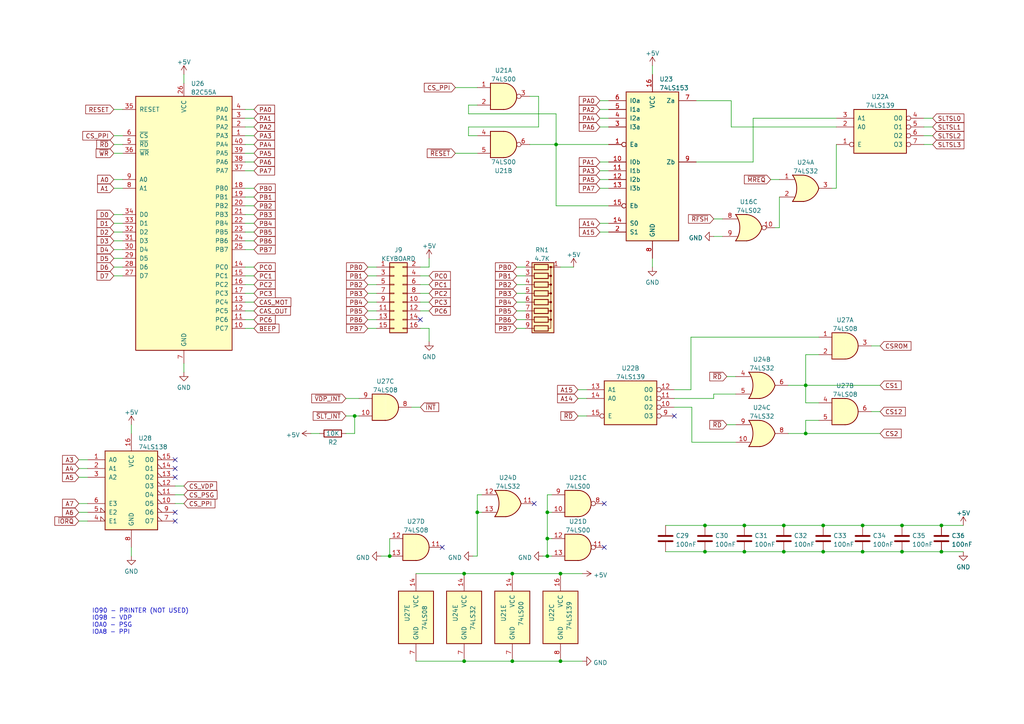
<source format=kicad_sch>
(kicad_sch (version 20250114) (generator "eeschema") (generator_version "9.0")
  (paper "A4")
  (title_block (title "JFF") (date "2025-07-16") (rev "1.1b-TMSHAT") (company "Skoti / herraa1") (comment 1 "Just for Fun - Computer"))
  (text "IO90 - PRINTER (NOT USED)\nIO98 - VDP\nIOA0 - PSG\nIOA8 - PPI" (at 26.67 184.15 0) (effects (font (size 1.27 1.27)) (justify left bottom)))
  (junction (at 134.62 166.37))
  (junction (at 158.75 148.59))
  (junction (at 250.19 152.4))
  (junction (at 233.68 125.73))
  (junction (at 204.47 152.4))
  (junction (at 134.62 191.77))
  (junction (at 158.75 161.29))
  (junction (at 215.9 160.02))
  (junction (at 102.87 120.65))
  (junction (at 148.59 166.37))
  (junction (at 204.47 160.02))
  (junction (at 273.05 152.4))
  (junction (at 238.76 152.4))
  (junction (at 162.56 166.37))
  (junction (at 162.56 191.77))
  (junction (at 238.76 160.02))
  (junction (at 138.43 148.59))
  (junction (at 113.03 161.29))
  (junction (at 261.62 160.02))
  (junction (at 158.75 156.21))
  (junction (at 161.29 41.91))
  (junction (at 250.19 160.02))
  (junction (at 215.9 152.4))
  (junction (at 227.33 160.02))
  (junction (at 148.59 191.77))
  (junction (at 261.62 152.4))
  (junction (at 227.33 152.4))
  (junction (at 233.68 111.76))
  (junction (at 273.05 160.02))
  (no_connect (at 50.8 135.89))
  (no_connect (at 50.8 138.43))
  (no_connect (at 50.8 133.35))
  (no_connect (at 128.27 158.75))
  (no_connect (at 50.8 151.13))
  (no_connect (at 50.8 148.59))
  (no_connect (at 175.26 146.05))
  (no_connect (at 175.26 158.75))
  (no_connect (at 121.92 92.71))
  (no_connect (at 195.58 120.65))
  (no_connect (at 154.94 146.05))
  (wire (pts (xy 189.23 74.93) (xy 189.23 77.47)))
  (wire (pts (xy 33.02 77.47) (xy 35.56 77.47)))
  (wire (pts (xy 238.76 152.4) (xy 250.19 152.4)))
  (wire (pts (xy 233.68 121.92) (xy 237.49 121.92)))
  (wire (pts (xy 156.21 36.83) (xy 156.21 27.94)))
  (wire (pts (xy 228.6 111.76) (xy 233.68 111.76)))
  (wire (pts (xy 132.08 44.45) (xy 138.43 44.45)))
  (wire (pts (xy 158.75 161.29) (xy 160.02 161.29)))
  (wire (pts (xy 22.86 151.13) (xy 25.4 151.13)))
  (wire (pts (xy 273.05 160.02) (xy 279.4 160.02)))
  (wire (pts (xy 189.23 19.05) (xy 189.23 21.59)))
  (wire (pts (xy 157.48 161.29) (xy 158.75 161.29)))
  (wire (pts (xy 218.44 46.99) (xy 201.93 46.99)))
  (wire (pts (xy 102.87 125.73) (xy 102.87 120.65)))
  (wire (pts (xy 22.86 146.05) (xy 25.4 146.05)))
  (wire (pts (xy 53.34 21.59) (xy 53.34 24.13)))
  (wire (pts (xy 242.57 34.29) (xy 218.44 34.29)))
  (wire (pts (xy 149.86 95.25) (xy 152.4 95.25)))
  (wire (pts (xy 233.68 116.84) (xy 237.49 116.84)))
  (wire (pts (xy 148.59 191.77) (xy 162.56 191.77)))
  (wire (pts (xy 158.75 148.59) (xy 160.02 148.59)))
  (wire (pts (xy 148.59 166.37) (xy 162.56 166.37)))
  (wire (pts (xy 121.92 95.25) (xy 124.46 95.25)))
  (wire (pts (xy 135.89 33.02) (xy 161.29 33.02)))
  (wire (pts (xy 120.65 166.37) (xy 134.62 166.37)))
  (wire (pts (xy 71.12 46.99) (xy 73.66 46.99)))
  (wire (pts (xy 167.64 120.65) (xy 170.18 120.65)))
  (wire (pts (xy 215.9 160.02) (xy 227.33 160.02)))
  (wire (pts (xy 195.58 113.03) (xy 200.406 113.03)))
  (wire (pts (xy 71.12 92.71) (xy 73.66 92.71)))
  (wire (pts (xy 160.02 143.51) (xy 158.75 143.51)))
  (wire (pts (xy 38.1 158.75) (xy 38.1 161.29)))
  (wire (pts (xy 233.68 111.76) (xy 233.68 116.84)))
  (wire (pts (xy 261.62 152.4) (xy 273.05 152.4)))
  (wire (pts (xy 120.65 191.77) (xy 134.62 191.77)))
  (wire (pts (xy 207.01 63.5) (xy 209.55 63.5)))
  (wire (pts (xy 149.86 92.71) (xy 152.4 92.71)))
  (wire (pts (xy 33.02 72.39) (xy 35.56 72.39)))
  (wire (pts (xy 228.6 125.73) (xy 233.68 125.73)))
  (wire (pts (xy 135.89 39.37) (xy 135.89 36.83)))
  (wire (pts (xy 33.02 67.31) (xy 35.56 67.31)))
  (wire (pts (xy 161.29 59.69) (xy 161.29 41.91)))
  (wire (pts (xy 153.67 41.91) (xy 161.29 41.91)))
  (wire (pts (xy 238.76 160.02) (xy 250.19 160.02)))
  (wire (pts (xy 158.75 156.21) (xy 158.75 161.29)))
  (wire (pts (xy 193.04 152.4) (xy 204.47 152.4)))
  (wire (pts (xy 233.68 125.73) (xy 233.68 121.92)))
  (wire (pts (xy 149.86 85.09) (xy 152.4 85.09)))
  (wire (pts (xy 33.02 44.45) (xy 35.56 44.45)))
  (wire (pts (xy 33.02 41.91) (xy 35.56 41.91)))
  (wire (pts (xy 158.75 143.51) (xy 158.75 148.59)))
  (wire (pts (xy 71.12 85.09) (xy 73.66 85.09)))
  (wire (pts (xy 71.12 72.39) (xy 73.66 72.39)))
  (wire (pts (xy 134.62 191.77) (xy 148.59 191.77)))
  (wire (pts (xy 162.56 77.47) (xy 166.37 77.47)))
  (wire (pts (xy 22.86 135.89) (xy 25.4 135.89)))
  (wire (pts (xy 71.12 54.61) (xy 73.66 54.61)))
  (wire (pts (xy 106.68 82.55) (xy 109.22 82.55)))
  (wire (pts (xy 242.57 41.91) (xy 242.57 54.61)))
  (wire (pts (xy 161.29 33.02) (xy 161.29 41.91)))
  (wire (pts (xy 71.12 69.85) (xy 73.66 69.85)))
  (wire (pts (xy 50.8 143.51) (xy 53.34 143.51)))
  (wire (pts (xy 33.02 80.01) (xy 35.56 80.01)))
  (wire (pts (xy 106.68 92.71) (xy 109.22 92.71)))
  (wire (pts (xy 233.68 111.76) (xy 233.68 102.87)))
  (wire (pts (xy 233.68 102.87) (xy 237.49 102.87)))
  (wire (pts (xy 71.12 67.31) (xy 73.66 67.31)))
  (wire (pts (xy 121.92 80.01) (xy 124.46 80.01)))
  (wire (pts (xy 138.43 148.59) (xy 139.7 148.59)))
  (wire (pts (xy 132.08 25.4) (xy 138.43 25.4)))
  (wire (pts (xy 33.02 69.85) (xy 35.56 69.85)))
  (wire (pts (xy 200.406 97.79) (xy 237.49 97.79)))
  (wire (pts (xy 71.12 64.77) (xy 73.66 64.77)))
  (wire (pts (xy 273.05 152.4) (xy 279.4 152.4)))
  (wire (pts (xy 161.29 41.91) (xy 176.53 41.91)))
  (wire (pts (xy 176.53 59.69) (xy 161.29 59.69)))
  (wire (pts (xy 173.99 31.75) (xy 176.53 31.75)))
  (wire (pts (xy 71.12 49.53) (xy 73.66 49.53)))
  (wire (pts (xy 173.99 29.21) (xy 176.53 29.21)))
  (wire (pts (xy 106.68 87.63) (xy 109.22 87.63)))
  (wire (pts (xy 106.68 90.17) (xy 109.22 90.17)))
  (wire (pts (xy 71.12 80.01) (xy 73.66 80.01)))
  (wire (pts (xy 156.21 27.94) (xy 153.67 27.94)))
  (wire (pts (xy 250.19 152.4) (xy 261.62 152.4)))
  (wire (pts (xy 242.57 54.61) (xy 241.3 54.61)))
  (wire (pts (xy 162.56 166.37) (xy 168.91 166.37)))
  (wire (pts (xy 138.43 161.29) (xy 137.16 161.29)))
  (wire (pts (xy 193.04 160.02) (xy 204.47 160.02)))
  (wire (pts (xy 71.12 34.29) (xy 73.66 34.29)))
  (wire (pts (xy 173.99 34.29) (xy 176.53 34.29)))
  (wire (pts (xy 71.12 57.15) (xy 73.66 57.15)))
  (wire (pts (xy 207.01 114.3) (xy 213.36 114.3)))
  (wire (pts (xy 210.82 109.22) (xy 213.36 109.22)))
  (wire (pts (xy 138.43 143.51) (xy 138.43 148.59)))
  (wire (pts (xy 71.12 36.83) (xy 73.66 36.83)))
  (wire (pts (xy 106.68 77.47) (xy 109.22 77.47)))
  (wire (pts (xy 210.82 123.19) (xy 213.36 123.19)))
  (wire (pts (xy 33.02 52.07) (xy 35.56 52.07)))
  (wire (pts (xy 167.64 113.03) (xy 170.18 113.03)))
  (wire (pts (xy 215.9 152.4) (xy 227.33 152.4)))
  (wire (pts (xy 33.02 62.23) (xy 35.56 62.23)))
  (wire (pts (xy 71.12 59.69) (xy 73.66 59.69)))
  (wire (pts (xy 33.02 64.77) (xy 35.56 64.77)))
  (wire (pts (xy 207.01 115.57) (xy 207.01 114.3)))
  (wire (pts (xy 173.99 36.83) (xy 176.53 36.83)))
  (wire (pts (xy 50.8 140.97) (xy 53.34 140.97)))
  (wire (pts (xy 195.58 118.11) (xy 200.66 118.11)))
  (wire (pts (xy 149.86 87.63) (xy 152.4 87.63)))
  (wire (pts (xy 22.86 133.35) (xy 25.4 133.35)))
  (wire (pts (xy 71.12 31.75) (xy 73.66 31.75)))
  (wire (pts (xy 149.86 82.55) (xy 152.4 82.55)))
  (wire (pts (xy 33.02 39.37) (xy 35.56 39.37)))
  (wire (pts (xy 121.92 87.63) (xy 124.46 87.63)))
  (wire (pts (xy 224.79 66.04) (xy 226.06 66.04)))
  (wire (pts (xy 33.02 54.61) (xy 35.56 54.61)))
  (wire (pts (xy 173.99 67.31) (xy 176.53 67.31)))
  (wire (pts (xy 227.33 152.4) (xy 238.76 152.4)))
  (wire (pts (xy 252.73 119.38) (xy 255.27 119.38)))
  (wire (pts (xy 106.68 80.01) (xy 109.22 80.01)))
  (wire (pts (xy 158.75 156.21) (xy 160.02 156.21)))
  (wire (pts (xy 71.12 44.45) (xy 73.66 44.45)))
  (wire (pts (xy 100.33 125.73) (xy 102.87 125.73)))
  (wire (pts (xy 33.02 31.75) (xy 35.56 31.75)))
  (wire (pts (xy 200.406 113.03) (xy 200.406 97.79)))
  (wire (pts (xy 38.1 123.19) (xy 38.1 125.73)))
  (wire (pts (xy 218.44 34.29) (xy 218.44 46.99)))
  (wire (pts (xy 173.99 52.07) (xy 176.53 52.07)))
  (wire (pts (xy 121.92 90.17) (xy 124.46 90.17)))
  (wire (pts (xy 162.56 191.77) (xy 168.91 191.77)))
  (wire (pts (xy 71.12 41.91) (xy 73.66 41.91)))
  (wire (pts (xy 158.75 148.59) (xy 158.75 156.21)))
  (wire (pts (xy 135.89 30.48) (xy 135.89 33.02)))
  (wire (pts (xy 119.38 118.11) (xy 121.92 118.11)))
  (wire (pts (xy 267.97 36.83) (xy 270.51 36.83)))
  (wire (pts (xy 124.46 77.47) (xy 124.46 74.93)))
  (wire (pts (xy 173.99 46.99) (xy 176.53 46.99)))
  (wire (pts (xy 149.86 90.17) (xy 152.4 90.17)))
  (wire (pts (xy 106.68 95.25) (xy 109.22 95.25)))
  (wire (pts (xy 173.99 49.53) (xy 176.53 49.53)))
  (wire (pts (xy 138.43 30.48) (xy 135.89 30.48)))
  (wire (pts (xy 195.58 115.57) (xy 207.01 115.57)))
  (wire (pts (xy 252.73 100.33) (xy 255.27 100.33)))
  (wire (pts (xy 204.47 152.4) (xy 215.9 152.4)))
  (wire (pts (xy 261.62 160.02) (xy 273.05 160.02)))
  (wire (pts (xy 226.06 57.15) (xy 226.06 66.04)))
  (wire (pts (xy 149.86 77.47) (xy 152.4 77.47)))
  (wire (pts (xy 138.43 148.59) (xy 138.43 161.29)))
  (wire (pts (xy 90.17 125.73) (xy 92.71 125.73)))
  (wire (pts (xy 71.12 39.37) (xy 73.66 39.37)))
  (wire (pts (xy 121.92 82.55) (xy 124.46 82.55)))
  (wire (pts (xy 212.09 36.83) (xy 242.57 36.83)))
  (wire (pts (xy 71.12 90.17) (xy 73.66 90.17)))
  (wire (pts (xy 50.8 146.05) (xy 53.34 146.05)))
  (wire (pts (xy 22.86 138.43) (xy 25.4 138.43)))
  (wire (pts (xy 201.93 29.21) (xy 212.09 29.21)))
  (wire (pts (xy 110.49 161.29) (xy 113.03 161.29)))
  (wire (pts (xy 134.62 166.37) (xy 148.59 166.37)))
  (wire (pts (xy 233.68 125.73) (xy 255.27 125.73)))
  (wire (pts (xy 200.66 118.11) (xy 200.66 128.27)))
  (wire (pts (xy 106.68 85.09) (xy 109.22 85.09)))
  (wire (pts (xy 33.02 74.93) (xy 35.56 74.93)))
  (wire (pts (xy 267.97 41.91) (xy 270.51 41.91)))
  (wire (pts (xy 22.86 148.59) (xy 25.4 148.59)))
  (wire (pts (xy 138.43 39.37) (xy 135.89 39.37)))
  (wire (pts (xy 71.12 82.55) (xy 73.66 82.55)))
  (wire (pts (xy 250.19 160.02) (xy 261.62 160.02)))
  (wire (pts (xy 71.12 95.25) (xy 73.66 95.25)))
  (wire (pts (xy 200.66 128.27) (xy 213.36 128.27)))
  (wire (pts (xy 233.68 111.76) (xy 255.27 111.76)))
  (wire (pts (xy 223.52 52.07) (xy 226.06 52.07)))
  (wire (pts (xy 207.01 68.58) (xy 209.55 68.58)))
  (wire (pts (xy 121.92 77.47) (xy 124.46 77.47)))
  (wire (pts (xy 53.34 105.41) (xy 53.34 107.95)))
  (wire (pts (xy 71.12 87.63) (xy 73.66 87.63)))
  (wire (pts (xy 267.97 34.29) (xy 270.51 34.29)))
  (wire (pts (xy 124.46 95.25) (xy 124.46 99.06)))
  (wire (pts (xy 100.33 115.57) (xy 104.14 115.57)))
  (wire (pts (xy 204.47 160.02) (xy 215.9 160.02)))
  (wire (pts (xy 121.92 85.09) (xy 124.46 85.09)))
  (wire (pts (xy 100.33 120.65) (xy 102.87 120.65)))
  (wire (pts (xy 212.09 29.21) (xy 212.09 36.83)))
  (wire (pts (xy 173.99 64.77) (xy 176.53 64.77)))
  (wire (pts (xy 71.12 62.23) (xy 73.66 62.23)))
  (wire (pts (xy 71.12 77.47) (xy 73.66 77.47)))
  (wire (pts (xy 267.97 39.37) (xy 270.51 39.37)))
  (wire (pts (xy 167.64 115.57) (xy 170.18 115.57)))
  (wire (pts (xy 173.99 54.61) (xy 176.53 54.61)))
  (wire (pts (xy 227.33 160.02) (xy 238.76 160.02)))
  (wire (pts (xy 135.89 36.83) (xy 156.21 36.83)))
  (wire (pts (xy 149.86 80.01) (xy 152.4 80.01)))
  (wire (pts (xy 139.7 143.51) (xy 138.43 143.51)))
  (wire (pts (xy 113.03 156.21) (xy 113.03 161.29)))
  (wire (pts (xy 102.87 120.65) (xy 104.14 120.65)))
  (global_label "PB1" (shape input) (at 149.86 80.01 180) (property "Intersheetrefs" "${INTERSHEET_REFS}" (effects (hide yes))))
  (global_label "PA5" (shape input) (at 173.99 52.07 180) (property "Intersheetrefs" "${INTERSHEET_REFS}" (effects (hide yes))))
  (global_label "PB1" (shape input) (at 73.66 57.15 0) (property "Intersheetrefs" "${INTERSHEET_REFS}" (effects (hide yes))))
  (global_label "PB3" (shape input) (at 73.66 62.23 0) (property "Intersheetrefs" "${INTERSHEET_REFS}" (effects (hide yes))))
  (global_label "A6" (shape input) (at 22.86 148.59 180) (property "Intersheetrefs" "${INTERSHEET_REFS}" (effects (hide yes))))
  (global_label "PA3" (shape input) (at 73.66 39.37 0) (property "Intersheetrefs" "${INTERSHEET_REFS}" (effects (hide yes))))
  (global_label "A4" (shape input) (at 22.86 135.89 180) (property "Intersheetrefs" "${INTERSHEET_REFS}" (effects (hide yes))))
  (global_label "PB7" (shape input) (at 149.86 95.25 180) (property "Intersheetrefs" "${INTERSHEET_REFS}" (effects (hide yes))))
  (global_label "D0" (shape input) (at 33.02 62.23 180) (property "Intersheetrefs" "${INTERSHEET_REFS}" (effects (hide yes))))
  (global_label "~{RD}" (shape input) (at 210.82 109.22 180) (property "Intersheetrefs" "${INTERSHEET_REFS}" (effects (hide yes))))
  (global_label "PA6" (shape input) (at 73.66 46.99 0) (property "Intersheetrefs" "${INTERSHEET_REFS}" (effects (hide yes))))
  (global_label "A0" (shape input) (at 33.02 52.07 180) (property "Intersheetrefs" "${INTERSHEET_REFS}" (effects (hide yes))))
  (global_label "PA2" (shape input) (at 73.66 36.83 0) (property "Intersheetrefs" "${INTERSHEET_REFS}" (effects (hide yes))))
  (global_label "D6" (shape input) (at 33.02 77.47 180) (property "Intersheetrefs" "${INTERSHEET_REFS}" (effects (hide yes))))
  (global_label "~{RD}" (shape input) (at 167.64 120.65 180) (property "Intersheetrefs" "${INTERSHEET_REFS}" (effects (hide yes))))
  (global_label "CS_VDP" (shape input) (at 53.34 140.97 0) (property "Intersheetrefs" "${INTERSHEET_REFS}" (effects (hide yes))))
  (global_label "CSROM" (shape input) (at 255.27 100.33 0) (property "Intersheetrefs" "${INTERSHEET_REFS}" (effects (hide yes))))
  (global_label "A7" (shape input) (at 22.86 146.05 180) (property "Intersheetrefs" "${INTERSHEET_REFS}" (effects (hide yes))))
  (global_label "PC0" (shape input) (at 124.46 80.01 0) (property "Intersheetrefs" "${INTERSHEET_REFS}" (effects (hide yes))))
  (global_label "~{INT}" (shape input) (at 121.92 118.11 0) (property "Intersheetrefs" "${INTERSHEET_REFS}" (effects (hide yes))))
  (global_label "~{IORQ}" (shape input) (at 22.86 151.13 180) (property "Intersheetrefs" "${INTERSHEET_REFS}" (effects (hide yes))))
  (global_label "PB2" (shape input) (at 149.86 82.55 180) (property "Intersheetrefs" "${INTERSHEET_REFS}" (effects (hide yes))))
  (global_label "A14" (shape input) (at 167.64 115.57 180) (property "Intersheetrefs" "${INTERSHEET_REFS}" (effects (hide yes))))
  (global_label "PB0" (shape input) (at 149.86 77.47 180) (property "Intersheetrefs" "${INTERSHEET_REFS}" (effects (hide yes))))
  (global_label "PB6" (shape input) (at 106.68 92.71 180) (property "Intersheetrefs" "${INTERSHEET_REFS}" (effects (hide yes))))
  (global_label "~{VDP_INT}" (shape input) (at 100.33 115.57 180) (property "Intersheetrefs" "${INTERSHEET_REFS}" (effects (hide yes))))
  (global_label "CS2" (shape input) (at 255.27 125.73 0) (property "Intersheetrefs" "${INTERSHEET_REFS}" (effects (hide yes))))
  (global_label "A1" (shape input) (at 33.02 54.61 180) (property "Intersheetrefs" "${INTERSHEET_REFS}" (effects (hide yes))))
  (global_label "A14" (shape input) (at 173.99 64.77 180) (property "Intersheetrefs" "${INTERSHEET_REFS}" (effects (hide yes))))
  (global_label "PA5" (shape input) (at 73.66 44.45 0) (property "Intersheetrefs" "${INTERSHEET_REFS}" (effects (hide yes))))
  (global_label "PC0" (shape input) (at 73.66 77.47 0) (property "Intersheetrefs" "${INTERSHEET_REFS}" (effects (hide yes))))
  (global_label "PA3" (shape input) (at 173.99 49.53 180) (property "Intersheetrefs" "${INTERSHEET_REFS}" (effects (hide yes))))
  (global_label "~{RESET}" (shape input) (at 132.08 44.45 180) (property "Intersheetrefs" "${INTERSHEET_REFS}" (effects (hide yes))))
  (global_label "CAS_MOT" (shape input) (at 73.66 87.63 0) (property "Intersheetrefs" "${INTERSHEET_REFS}" (effects (hide yes))))
  (global_label "A15" (shape input) (at 173.99 67.31 180) (property "Intersheetrefs" "${INTERSHEET_REFS}" (effects (hide yes))))
  (global_label "PB2" (shape input) (at 106.68 82.55 180) (property "Intersheetrefs" "${INTERSHEET_REFS}" (effects (hide yes))))
  (global_label "CS_PPI" (shape input) (at 53.34 146.05 0) (property "Intersheetrefs" "${INTERSHEET_REFS}" (effects (hide yes))))
  (global_label "PB4" (shape input) (at 73.66 64.77 0) (property "Intersheetrefs" "${INTERSHEET_REFS}" (effects (hide yes))))
  (global_label "PB5" (shape input) (at 73.66 67.31 0) (property "Intersheetrefs" "${INTERSHEET_REFS}" (effects (hide yes))))
  (global_label "RESET" (shape input) (at 33.02 31.75 180) (property "Intersheetrefs" "${INTERSHEET_REFS}" (effects (hide yes))))
  (global_label "PB1" (shape input) (at 106.68 80.01 180) (property "Intersheetrefs" "${INTERSHEET_REFS}" (effects (hide yes))))
  (global_label "CS12" (shape input) (at 255.27 119.38 0) (property "Intersheetrefs" "${INTERSHEET_REFS}" (effects (hide yes))))
  (global_label "PB7" (shape input) (at 73.66 72.39 0) (property "Intersheetrefs" "${INTERSHEET_REFS}" (effects (hide yes))))
  (global_label "CAS_OUT" (shape input) (at 73.66 90.17 0) (property "Intersheetrefs" "${INTERSHEET_REFS}" (effects (hide yes))))
  (global_label "~{RD}" (shape input) (at 33.02 41.91 180) (property "Intersheetrefs" "${INTERSHEET_REFS}" (effects (hide yes))))
  (global_label "PB2" (shape input) (at 73.66 59.69 0) (property "Intersheetrefs" "${INTERSHEET_REFS}" (effects (hide yes))))
  (global_label "PA6" (shape input) (at 173.99 36.83 180) (property "Intersheetrefs" "${INTERSHEET_REFS}" (effects (hide yes))))
  (global_label "PC6" (shape input) (at 124.46 90.17 0) (property "Intersheetrefs" "${INTERSHEET_REFS}" (effects (hide yes))))
  (global_label "~{MREQ}" (shape input) (at 223.52 52.07 180) (property "Intersheetrefs" "${INTERSHEET_REFS}" (effects (hide yes))))
  (global_label "PB5" (shape input) (at 106.68 90.17 180) (property "Intersheetrefs" "${INTERSHEET_REFS}" (effects (hide yes))))
  (global_label "PC2" (shape input) (at 73.66 82.55 0) (property "Intersheetrefs" "${INTERSHEET_REFS}" (effects (hide yes))))
  (global_label "PB5" (shape input) (at 149.86 90.17 180) (property "Intersheetrefs" "${INTERSHEET_REFS}" (effects (hide yes))))
  (global_label "D5" (shape input) (at 33.02 74.93 180) (property "Intersheetrefs" "${INTERSHEET_REFS}" (effects (hide yes))))
  (global_label "SLTSL3" (shape input) (at 270.51 41.91 0) (property "Intersheetrefs" "${INTERSHEET_REFS}" (effects (hide yes))))
  (global_label "PA2" (shape input) (at 173.99 31.75 180) (property "Intersheetrefs" "${INTERSHEET_REFS}" (effects (hide yes))))
  (global_label "PB0" (shape input) (at 73.66 54.61 0) (property "Intersheetrefs" "${INTERSHEET_REFS}" (effects (hide yes))))
  (global_label "D2" (shape input) (at 33.02 67.31 180) (property "Intersheetrefs" "${INTERSHEET_REFS}" (effects (hide yes))))
  (global_label "PB0" (shape input) (at 106.68 77.47 180) (property "Intersheetrefs" "${INTERSHEET_REFS}" (effects (hide yes))))
  (global_label "SLTSL0" (shape input) (at 270.51 34.29 0) (property "Intersheetrefs" "${INTERSHEET_REFS}" (effects (hide yes))))
  (global_label "D7" (shape input) (at 33.02 80.01 180) (property "Intersheetrefs" "${INTERSHEET_REFS}" (effects (hide yes))))
  (global_label "SLTSL2" (shape input) (at 270.51 39.37 0) (property "Intersheetrefs" "${INTERSHEET_REFS}" (effects (hide yes))))
  (global_label "PA7" (shape input) (at 173.99 54.61 180) (property "Intersheetrefs" "${INTERSHEET_REFS}" (effects (hide yes))))
  (global_label "CS1" (shape input) (at 255.27 111.76 0) (property "Intersheetrefs" "${INTERSHEET_REFS}" (effects (hide yes))))
  (global_label "SLTSL1" (shape input) (at 270.51 36.83 0) (property "Intersheetrefs" "${INTERSHEET_REFS}" (effects (hide yes))))
  (global_label "~{RD}" (shape input) (at 210.82 123.19 180) (property "Intersheetrefs" "${INTERSHEET_REFS}" (effects (hide yes))))
  (global_label "CS_PSG" (shape input) (at 53.34 143.51 0) (property "Intersheetrefs" "${INTERSHEET_REFS}" (effects (hide yes))))
  (global_label "PC6" (shape input) (at 73.66 92.71 0) (property "Intersheetrefs" "${INTERSHEET_REFS}" (effects (hide yes))))
  (global_label "PB6" (shape input) (at 149.86 92.71 180) (property "Intersheetrefs" "${INTERSHEET_REFS}" (effects (hide yes))))
  (global_label "PC3" (shape input) (at 73.66 85.09 0) (property "Intersheetrefs" "${INTERSHEET_REFS}" (effects (hide yes))))
  (global_label "PB4" (shape input) (at 149.86 87.63 180) (property "Intersheetrefs" "${INTERSHEET_REFS}" (effects (hide yes))))
  (global_label "CS_PPI" (shape input) (at 33.02 39.37 180) (property "Intersheetrefs" "${INTERSHEET_REFS}" (effects (hide yes))))
  (global_label "CS_PPI" (shape input) (at 132.08 25.4 180) (property "Intersheetrefs" "${INTERSHEET_REFS}" (effects (hide yes))))
  (global_label "PA4" (shape input) (at 73.66 41.91 0) (property "Intersheetrefs" "${INTERSHEET_REFS}" (effects (hide yes))))
  (global_label "PA7" (shape input) (at 73.66 49.53 0) (property "Intersheetrefs" "${INTERSHEET_REFS}" (effects (hide yes))))
  (global_label "PB3" (shape input) (at 106.68 85.09 180) (property "Intersheetrefs" "${INTERSHEET_REFS}" (effects (hide yes))))
  (global_label "PA4" (shape input) (at 173.99 34.29 180) (property "Intersheetrefs" "${INTERSHEET_REFS}" (effects (hide yes))))
  (global_label "PB6" (shape input) (at 73.66 69.85 0) (property "Intersheetrefs" "${INTERSHEET_REFS}" (effects (hide yes))))
  (global_label "D4" (shape input) (at 33.02 72.39 180) (property "Intersheetrefs" "${INTERSHEET_REFS}" (effects (hide yes))))
  (global_label "PA0" (shape input) (at 173.99 29.21 180) (property "Intersheetrefs" "${INTERSHEET_REFS}" (effects (hide yes))))
  (global_label "BEEP" (shape input) (at 73.66 95.25 0) (property "Intersheetrefs" "${INTERSHEET_REFS}" (effects (hide yes))))
  (global_label "PC2" (shape input) (at 124.46 85.09 0) (property "Intersheetrefs" "${INTERSHEET_REFS}" (effects (hide yes))))
  (global_label "~{WR}" (shape input) (at 33.02 44.45 180) (property "Intersheetrefs" "${INTERSHEET_REFS}" (effects (hide yes))))
  (global_label "PC1" (shape input) (at 73.66 80.01 0) (property "Intersheetrefs" "${INTERSHEET_REFS}" (effects (hide yes))))
  (global_label "A15" (shape input) (at 167.64 113.03 180) (property "Intersheetrefs" "${INTERSHEET_REFS}" (effects (hide yes))))
  (global_label "A3" (shape input) (at 22.86 133.35 180) (property "Intersheetrefs" "${INTERSHEET_REFS}" (effects (hide yes))))
  (global_label "PC1" (shape input) (at 124.46 82.55 0) (property "Intersheetrefs" "${INTERSHEET_REFS}" (effects (hide yes))))
  (global_label "D1" (shape input) (at 33.02 64.77 180) (property "Intersheetrefs" "${INTERSHEET_REFS}" (effects (hide yes))))
  (global_label "PA1" (shape input) (at 173.99 46.99 180) (property "Intersheetrefs" "${INTERSHEET_REFS}" (effects (hide yes))))
  (global_label "PA1" (shape input) (at 73.66 34.29 0) (property "Intersheetrefs" "${INTERSHEET_REFS}" (effects (hide yes))))
  (global_label "PB4" (shape input) (at 106.68 87.63 180) (property "Intersheetrefs" "${INTERSHEET_REFS}" (effects (hide yes))))
  (global_label "~{RFSH}" (shape input) (at 207.01 63.5 180) (property "Intersheetrefs" "${INTERSHEET_REFS}" (effects (hide yes))))
  (global_label "PA0" (shape input) (at 73.66 31.75 0) (property "Intersheetrefs" "${INTERSHEET_REFS}" (effects (hide yes))))
  (global_label "PB3" (shape input) (at 149.86 85.09 180) (property "Intersheetrefs" "${INTERSHEET_REFS}" (effects (hide yes))))
  (global_label "PB7" (shape input) (at 106.68 95.25 180) (property "Intersheetrefs" "${INTERSHEET_REFS}" (effects (hide yes))))
  (global_label "D3" (shape input) (at 33.02 69.85 180) (property "Intersheetrefs" "${INTERSHEET_REFS}" (effects (hide yes))))
  (global_label "PC3" (shape input) (at 124.46 87.63 0) (property "Intersheetrefs" "${INTERSHEET_REFS}" (effects (hide yes))))
  (global_label "A5" (shape input) (at 22.86 138.43 180) (property "Intersheetrefs" "${INTERSHEET_REFS}" (effects (hide yes))))
  (global_label "~{SLT_INT}" (shape input) (at 100.33 120.65 180) (property "Intersheetrefs" "${INTERSHEET_REFS}" (effects (hide yes))))
  (symbol (lib_id "power:GND") (at 110.49 161.29 270) (unit 1)
    (property "Reference" "#PWR0224" (effects (hide yes)))
    (property "Value" "GND" (at 107.3151 161.7238 90) (effects (justify right)))
  )
  (symbol (lib_id "74xx:74LS138") (at 38.1 140.97 0) (unit 1)
    (property "Reference" "U28" (at 40.1194 127.1102 0) (effects (justify left)))
    (property "Value" "74LS138" (at 40.1194 129.6471 0) (effects (justify left)))
    (property "Footprint" "Package_DIP:DIP-16_W7.62mm_Socket" (effects (hide yes)))
    (property "Datasheet" "http://www.ti.com/lit/gpn/sn74LS138" (effects (hide yes)))
  )
  (symbol (lib_id "power:+5V") (at 279.4 152.4 0) (unit 1)
    (property "Reference" "#PWR0211" (effects (hide yes)))
    (property "Value" "+5V" (at 279.4 148.8242 0))
  )
  (symbol (lib_id "power:GND") (at 124.46 99.06 0) (unit 1)
    (property "Reference" "#PWR0189" (effects (hide yes)))
    (property "Value" "GND" (at 124.46 103.5034 0))
  )
  (symbol (lib_id "Connector_Generic:Conn_02x08_Odd_Even") (at 114.3 85.09 0) (unit 1)
    (property "Reference" "J9" (at 115.57 72.5002 0))
    (property "Value" "KEYBOARD" (at 115.57 75.0371 0))
    (property "Footprint" "Connector_PinHeader_2.54mm:PinHeader_2x08_P2.54mm_Vertical" (effects (hide yes)))
  )
  (symbol (lib_id "power:+5V") (at 38.1 123.19 0) (unit 1)
    (property "Reference" "#PWR0129" (effects (hide yes)))
    (property "Value" "+5V" (at 38.1 119.6142 0))
  )
  (symbol (lib_id "power:GND") (at 168.91 191.77 90) (unit 1)
    (property "Reference" "#PWR0185" (effects (hide yes)))
    (property "Value" "GND" (at 172.085 192.2038 90) (effects (justify right)))
  )
  (symbol (lib_id "power:GND") (at 53.34 107.95 0) (unit 1)
    (property "Reference" "#PWR0130" (effects (hide yes)))
    (property "Value" "GND" (at 53.34 112.3934 0))
  )
  (symbol (lib_id "Device:R") (at 96.52 125.73 90) (unit 1)
    (property "Reference" "R2" (at 96.52 128.27 90))
    (property "Value" "10K" (at 96.52 125.73 90))
    (property "Footprint" "Resistor_THT:R_Axial_DIN0204_L3.6mm_D1.6mm_P7.62mm_Horizontal" (effects (hide yes)))
  )
  (symbol (lib_id "Device:C") (at 193.04 156.21 0) (unit 1)
    (property "Reference" "C29" (at 195.961 155.3753 0) (effects (justify left)))
    (property "Value" "100nF" (at 195.961 157.9122 0) (effects (justify left)))
    (property "Footprint" "Capacitor_THT:C_Disc_D3.0mm_W2.0mm_P2.50mm" (effects (hide yes)))
  )
  (symbol (lib_id "74xx:74LS08") (at 245.11 100.33 0) (unit 1)
    (property "Reference" "U27" (at 245.11 92.8202 0))
    (property "Value" "74LS08" (at 245.11 95.3571 0))
    (property "Footprint" "Package_DIP:DIP-14_W7.62mm_Socket" (effects (hide yes)))
    (property "Datasheet" "http://www.ti.com/lit/gpn/sn74LS08" (effects (hide yes)))
  )
  (symbol (lib_id "74xx:74LS32") (at 220.98 111.76 0) (unit 2)
    (property "Reference" "U24" (at 220.98 104.2502 0))
    (property "Value" "74LS32" (at 220.98 106.7871 0))
    (property "Footprint" "Package_DIP:DIP-14_W7.62mm_Socket" (effects (hide yes)))
    (property "Datasheet" "http://www.ti.com/lit/gpn/sn74LS32" (effects (hide yes)))
  )
  (symbol (lib_id "74xx:74LS139") (at 182.88 115.57 0) (unit 2)
    (property "Reference" "U22" (at 182.88 106.7902 0))
    (property "Value" "74LS139" (at 182.88 109.3271 0))
    (property "Footprint" "Package_DIP:DIP-16_W7.62mm_Socket" (effects (hide yes)))
    (property "Datasheet" "http://www.ti.com/lit/ds/symlink/sn74ls139a.pdf" (effects (hide yes)))
  )
  (symbol (lib_id "Device:C") (at 238.76 156.21 0) (unit 1)
    (property "Reference" "C33" (at 241.681 155.3753 0) (effects (justify left)))
    (property "Value" "100nF" (at 241.681 157.9122 0) (effects (justify left)))
    (property "Footprint" "Capacitor_THT:C_Disc_D3.0mm_W2.0mm_P2.50mm" (effects (hide yes)))
  )
  (symbol (lib_id "power:GND") (at 207.01 68.58 270) (unit 1)
    (property "Reference" "#PWR0227" (effects (hide yes)))
    (property "Value" "GND" (at 203.8351 69.0138 90) (effects (justify right)))
  )
  (symbol (lib_id "Device:C") (at 261.62 156.21 0) (unit 1)
    (property "Reference" "C35" (at 264.541 155.3753 0) (effects (justify left)))
    (property "Value" "100nF" (at 264.541 157.9122 0) (effects (justify left)))
    (property "Footprint" "Capacitor_THT:C_Disc_D3.0mm_W2.0mm_P2.50mm" (effects (hide yes)))
  )
  (symbol (lib_id "74xx:74LS32") (at 220.98 125.73 0) (unit 3)
    (property "Reference" "U24" (at 220.98 118.2202 0))
    (property "Value" "74LS32" (at 220.98 120.7571 0))
    (property "Footprint" "Package_DIP:DIP-14_W7.62mm_Socket" (effects (hide yes)))
    (property "Datasheet" "http://www.ti.com/lit/gpn/sn74LS32" (effects (hide yes)))
  )
  (symbol (lib_id "74xx:74LS00") (at 146.05 41.91 0) (unit 2)
    (property "Reference" "U21" (at 146.05 49.53 0))
    (property "Value" "74LS00" (at 146.05 46.99 0))
    (property "Footprint" "Package_DIP:DIP-14_W7.62mm_Socket" (effects (hide yes)))
    (property "Datasheet" "http://www.ti.com/lit/gpn/sn74ls00" (effects (hide yes)))
  )
  (symbol (lib_id "74xx:74LS153") (at 189.23 46.99 0) (unit 1)
    (property "Reference" "U23" (at 191.2494 22.9702 0) (effects (justify left)))
    (property "Value" "74LS153" (at 191.2494 25.5071 0) (effects (justify left)))
    (property "Footprint" "Package_DIP:DIP-16_W7.62mm_Socket" (effects (hide yes)))
    (property "Datasheet" "http://www.ti.com/lit/gpn/sn74LS153" (effects (hide yes)))
  )
  (symbol (lib_id "74xx:74LS00") (at 148.59 179.07 0) (unit 5)
    (property "Reference" "U21" (at 146.05 180.34 90) (effects (justify left)))
    (property "Value" "74LS00" (at 151.13 181.61 90) (effects (justify left)))
    (property "Footprint" "Package_DIP:DIP-14_W7.62mm_Socket" (effects (hide yes)))
    (property "Datasheet" "http://www.ti.com/lit/gpn/sn74ls00" (effects (hide yes)))
  )
  (symbol (lib_id "Device:R_Network08") (at 157.48 87.63 270) (unit 1)
    (property "Reference" "RN1" (at 157.226 72.5002 90))
    (property "Value" "4.7K" (at 157.226 75.0371 90))
    (property "Footprint" "Resistor_THT:R_Array_SIP9" (effects (hide yes)))
    (property "Datasheet" "http://www.vishay.com/docs/31509/csc.pdf" (effects (hide yes)))
  )
  (symbol (lib_id "power:+5V") (at 168.91 166.37 270) (unit 1)
    (property "Reference" "#PWR0186" (effects (hide yes)))
    (property "Value" "+5V" (at 172.085 166.8038 90) (effects (justify left)))
  )
  (symbol (lib_id "power:GND") (at 157.48 161.29 270) (unit 1)
    (property "Reference" "#PWR0226" (effects (hide yes)))
    (property "Value" "GND" (at 154.3051 161.7238 90) (effects (justify right)))
  )
  (symbol (lib_id "74xx:74LS32") (at 233.68 54.61 0) (unit 1)
    (property "Reference" "U24" (at 233.68 47.1002 0))
    (property "Value" "74LS32" (at 233.68 49.6371 0))
    (property "Footprint" "Package_DIP:DIP-14_W7.62mm_Socket" (effects (hide yes)))
    (property "Datasheet" "http://www.ti.com/lit/gpn/sn74LS32" (effects (hide yes)))
  )
  (symbol (lib_id "74xx:74LS32") (at 147.32 146.05 0) (unit 4)
    (property "Reference" "U24" (at 147.32 138.5402 0))
    (property "Value" "74LS32" (at 147.32 141.0771 0))
    (property "Footprint" "Package_DIP:DIP-14_W7.62mm_Socket" (effects (hide yes)))
    (property "Datasheet" "http://www.ti.com/lit/gpn/sn74LS32" (effects (hide yes)))
  )
  (symbol (lib_id "74xx:74LS00") (at 146.05 27.94 0) (unit 1)
    (property "Reference" "U21" (at 146.05 20.4302 0))
    (property "Value" "74LS00" (at 146.05 22.9671 0))
    (property "Footprint" "Package_DIP:DIP-14_W7.62mm_Socket" (effects (hide yes)))
    (property "Datasheet" "http://www.ti.com/lit/gpn/sn74ls00" (effects (hide yes)))
  )
  (symbol (lib_id "power:GND") (at 38.1 161.29 0) (unit 1)
    (property "Reference" "#PWR0128" (effects (hide yes)))
    (property "Value" "GND" (at 38.1 165.7334 0))
  )
  (symbol (lib_id "power:+5V") (at 189.23 19.05 0) (unit 1)
    (property "Reference" "#PWR0131" (effects (hide yes)))
    (property "Value" "+5V" (at 189.23 15.4742 0))
  )
  (symbol (lib_id "74xx:74LS02") (at 217.17 66.04 0) (unit 3)
    (property "Reference" "U16" (at 217.17 58.5302 0))
    (property "Value" "74LS02" (at 217.17 61.0671 0))
    (property "Footprint" "Package_DIP:DIP-14_W7.62mm_Socket" (effects (hide yes)))
    (property "Datasheet" "http://www.ti.com/lit/gpn/sn74ls02" (effects (hide yes)))
  )
  (symbol (lib_id "power:GND") (at 279.4 160.02 0) (unit 1)
    (property "Reference" "#PWR0210" (effects (hide yes)))
    (property "Value" "GND" (at 279.4 164.4634 0))
  )
  (symbol (lib_id "74xx:74LS08") (at 120.65 158.75 0) (unit 4)
    (property "Reference" "U27" (at 120.65 151.2402 0))
    (property "Value" "74LS08" (at 120.65 153.7771 0))
    (property "Footprint" "Package_DIP:DIP-14_W7.62mm_Socket" (effects (hide yes)))
    (property "Datasheet" "http://www.ti.com/lit/gpn/sn74LS08" (effects (hide yes)))
  )
  (symbol (lib_id "Device:C") (at 227.33 156.21 0) (unit 1)
    (property "Reference" "C32" (at 230.251 155.3753 0) (effects (justify left)))
    (property "Value" "100nF" (at 230.251 157.9122 0) (effects (justify left)))
    (property "Footprint" "Capacitor_THT:C_Disc_D3.0mm_W2.0mm_P2.50mm" (effects (hide yes)))
  )
  (symbol (lib_id "74xx:74LS32") (at 134.62 179.07 0) (unit 5)
    (property "Reference" "U24" (at 132.08 180.34 90) (effects (justify left)))
    (property "Value" "74LS32" (at 137.16 182.88 90) (effects (justify left)))
    (property "Footprint" "Package_DIP:DIP-14_W7.62mm_Socket" (effects (hide yes)))
    (property "Datasheet" "http://www.ti.com/lit/gpn/sn74LS32" (effects (hide yes)))
  )
  (symbol (lib_id "74xx:74LS139") (at 162.56 179.07 0) (unit 3)
    (property "Reference" "U22" (at 160.02 180.34 90) (effects (justify left)))
    (property "Value" "74LS139" (at 165.1 182.88 90) (effects (justify left)))
    (property "Footprint" "Package_DIP:DIP-16_W7.62mm_Socket" (effects (hide yes)))
    (property "Datasheet" "http://www.ti.com/lit/ds/symlink/sn74ls139a.pdf" (effects (hide yes)))
  )
  (symbol (lib_id "74xx:74LS08") (at 120.65 179.07 0) (unit 5)
    (property "Reference" "U27" (at 118.11 180.34 90) (effects (justify left)))
    (property "Value" "74LS08" (at 123.19 182.88 90) (effects (justify left)))
    (property "Footprint" "Package_DIP:DIP-14_W7.62mm_Socket" (effects (hide yes)))
    (property "Datasheet" "http://www.ti.com/lit/gpn/sn74LS08" (effects (hide yes)))
  )
  (symbol (lib_id "power:GND") (at 189.23 77.47 0) (unit 1)
    (property "Reference" "#PWR0132" (effects (hide yes)))
    (property "Value" "GND" (at 189.23 81.9134 0))
  )
  (symbol (lib_id "power:+5V") (at 53.34 21.59 0) (unit 1)
    (property "Reference" "#PWR0127" (effects (hide yes)))
    (property "Value" "+5V" (at 53.34 18.0142 0))
  )
  (symbol (lib_id "74xx:74LS00") (at 167.64 158.75 0) (unit 4)
    (property "Reference" "U21" (at 167.64 151.2402 0))
    (property "Value" "74LS00" (at 167.64 153.7771 0))
    (property "Footprint" "Package_DIP:DIP-14_W7.62mm_Socket" (effects (hide yes)))
    (property "Datasheet" "http://www.ti.com/lit/gpn/sn74ls00" (effects (hide yes)))
  )
  (symbol (lib_id "74xx:74LS08") (at 245.11 119.38 0) (unit 2)
    (property "Reference" "U27" (at 245.11 111.8702 0))
    (property "Value" "74LS08" (at 245.11 114.4071 0))
    (property "Footprint" "Package_DIP:DIP-14_W7.62mm_Socket" (effects (hide yes)))
    (property "Datasheet" "http://www.ti.com/lit/gpn/sn74LS08" (effects (hide yes)))
  )
  (symbol (lib_id "Device:C") (at 250.19 156.21 0) (unit 1)
    (property "Reference" "C34" (at 253.111 155.3753 0) (effects (justify left)))
    (property "Value" "100nF" (at 253.111 157.9122 0) (effects (justify left)))
    (property "Footprint" "Capacitor_THT:C_Disc_D3.0mm_W2.0mm_P2.50mm" (effects (hide yes)))
  )
  (symbol (lib_id "Device:C") (at 204.47 156.21 0) (unit 1)
    (property "Reference" "C30" (at 207.391 155.3753 0) (effects (justify left)))
    (property "Value" "100nF" (at 207.391 157.9122 0) (effects (justify left)))
    (property "Footprint" "Capacitor_THT:C_Disc_D3.0mm_W2.0mm_P2.50mm" (effects (hide yes)))
  )
  (symbol (lib_id "power:GND") (at 137.16 161.29 270) (unit 1)
    (property "Reference" "#PWR0225" (effects (hide yes)))
    (property "Value" "GND" (at 133.9851 161.7238 90) (effects (justify right)))
  )
  (symbol (lib_id "power:+5V") (at 166.37 77.47 0) (unit 1)
    (property "Reference" "#PWR0230" (effects (hide yes)))
    (property "Value" "+5V" (at 166.37 73.8942 0))
  )
  (symbol (lib_id "power:+5V") (at 90.17 125.73 90) (unit 1)
    (property "Reference" "#PWR0133" (effects (hide yes)))
    (property "Value" "+5V" (at 86.9951 126.1638 90) (effects (justify left)))
  )
  (symbol (lib_id "Interface:8255A") (at 53.34 64.77 0) (unit 1)
    (property "Reference" "U26" (at 55.3594 24.2402 0) (effects (justify left)))
    (property "Value" "82C55A" (at 55.3594 26.7771 0) (effects (justify left)))
    (property "Footprint" "Package_DIP:DIP-40_W15.24mm_Socket" (effects (hide yes)))
    (property "Datasheet" "http://aturing.umcs.maine.edu/~meadow/courses/cos335/Intel8255A.pdf" (effects (hide yes)))
  )
  (symbol (lib_id "74xx:74LS08") (at 111.76 118.11 0) (unit 3)
    (property "Reference" "U27" (at 111.76 110.6002 0))
    (property "Value" "74LS08" (at 111.76 113.1371 0))
    (property "Footprint" "Package_DIP:DIP-14_W7.62mm_Socket" (effects (hide yes)))
    (property "Datasheet" "http://www.ti.com/lit/gpn/sn74LS08" (effects (hide yes)))
  )
  (symbol (lib_id "Device:C") (at 273.05 156.21 0) (unit 1)
    (property "Reference" "C36" (at 275.971 155.3753 0) (effects (justify left)))
    (property "Value" "100nF" (at 275.971 157.9122 0) (effects (justify left)))
    (property "Footprint" "Capacitor_THT:C_Disc_D3.0mm_W2.0mm_P2.50mm" (effects (hide yes)))
  )
  (symbol (lib_id "power:+5V") (at 124.46 74.93 0) (unit 1)
    (property "Reference" "#PWR0188" (effects (hide yes)))
    (property "Value" "+5V" (at 124.46 71.3542 0))
  )
  (symbol (lib_id "Device:C") (at 215.9 156.21 0) (unit 1)
    (property "Reference" "C31" (at 218.821 155.3753 0) (effects (justify left)))
    (property "Value" "100nF" (at 218.821 157.9122 0) (effects (justify left)))
    (property "Footprint" "Capacitor_THT:C_Disc_D3.0mm_W2.0mm_P2.50mm" (effects (hide yes)))
  )
  (symbol (lib_id "74xx:74LS00") (at 167.64 146.05 0) (unit 3)
    (property "Reference" "U21" (at 167.64 138.5402 0))
    (property "Value" "74LS00" (at 167.64 141.0771 0))
    (property "Footprint" "Package_DIP:DIP-14_W7.62mm_Socket" (effects (hide yes)))
    (property "Datasheet" "http://www.ti.com/lit/gpn/sn74ls00" (effects (hide yes)))
  )
  (symbol (lib_id "74xx:74LS139") (at 255.27 36.83 0) (unit 1)
    (property "Reference" "U22" (at 255.27 28.0502 0))
    (property "Value" "74LS139" (at 255.27 30.5871 0))
    (property "Footprint" "Package_DIP:DIP-16_W7.62mm_Socket" (effects (hide yes)))
    (property "Datasheet" "http://www.ti.com/lit/ds/symlink/sn74ls139a.pdf" (effects (hide yes)))
  )
)
</source>
